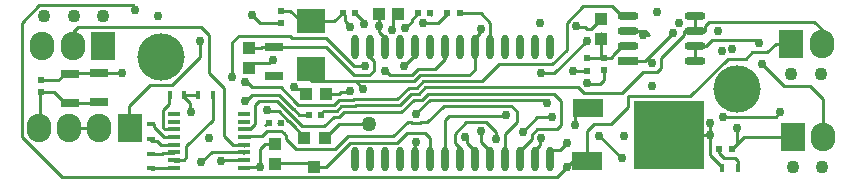
<source format=gbl>
G04*
G04 #@! TF.GenerationSoftware,Altium Limited,Altium Designer,22.6.1 (34)*
G04*
G04 Layer_Physical_Order=4*
G04 Layer_Color=16711680*
%FSLAX44Y44*%
%MOMM*%
G71*
G04*
G04 #@! TF.SameCoordinates,68862BAA-0075-4294-9CF4-793137098D5D*
G04*
G04*
G04 #@! TF.FilePolarity,Positive*
G04*
G01*
G75*
%ADD11C,0.2540*%
%ADD17R,1.1000X1.1000*%
%ADD18R,1.1000X1.1000*%
%ADD19R,0.5000X0.5000*%
%ADD20R,0.5000X0.5000*%
%ADD22R,1.6000X0.7500*%
%ADD24R,0.6000X0.6000*%
%ADD25R,0.6000X0.6000*%
%ADD31R,0.3000X0.8000*%
%ADD56O,2.1000X2.4000*%
%ADD57R,2.1000X2.4000*%
%ADD58C,1.1000*%
%ADD59C,4.0000*%
%ADD60C,0.7620*%
%ADD61C,1.2700*%
%ADD62R,2.4000X2.0000*%
%ADD63O,0.6500X2.0500*%
%ADD64R,0.8000X0.3500*%
%ADD65R,0.3500X0.8000*%
%ADD66R,1.0000X1.0000*%
%ADD67O,1.7780X0.7112*%
%ADD68R,1.7780X0.7112*%
%ADD69R,2.5000X1.6000*%
%ADD70R,6.0000X5.8000*%
%ADD71O,1.1000X0.3800*%
D11*
X1224648Y997230D02*
Y999534D01*
X1233240Y986239D02*
Y1005990D01*
X1225230Y1014000D02*
X1233240Y1005990D01*
X1220050Y992632D02*
X1224648Y997230D01*
X1220050Y966050D02*
Y992632D01*
X1224648Y999534D02*
X1225620Y1000506D01*
X1232750Y985750D02*
X1233240Y986239D01*
X1042000Y903000D02*
X1051000D01*
X1038000Y884000D02*
Y899000D01*
X1042000Y903000D01*
X1039660Y910298D02*
X1043922Y914560D01*
X1056001D01*
X1030298Y910298D02*
X1039660D01*
X1029000Y909000D02*
X1030298Y910298D01*
X1051972Y887154D02*
X1080846D01*
X1037491Y883491D02*
X1038000Y884000D01*
X1060310Y907552D02*
X1068672Y899190D01*
X1071994D02*
X1072024Y899160D01*
X1068672Y899190D02*
X1071994D01*
X1080846Y887154D02*
X1084000Y884000D01*
X1072024Y899160D02*
X1101598D01*
X1060310Y907552D02*
Y910328D01*
X1084000Y884000D02*
X1093623D01*
X1056000Y1006000D02*
X1056000Y1006000D01*
X1037850Y1006000D02*
X1056000D01*
X1031350Y1012500D02*
X1037850Y1006000D01*
X1020000Y995000D02*
X1063416D01*
X1065276Y993140D01*
X1014476Y989476D02*
X1020000Y995000D01*
X1014476Y960374D02*
Y989476D01*
X1336366Y1020000D02*
X1344666Y1011700D01*
X1311775Y1020000D02*
X1336366D01*
X1297745Y1005970D02*
X1311775Y1020000D01*
X1378025Y975943D02*
X1397254Y995172D01*
Y999000D01*
X1406500D01*
X1104738Y919988D02*
X1130000D01*
X1092750Y908000D02*
X1104738Y919988D01*
X1157478Y930148D02*
X1168198Y940868D01*
X1109005Y930148D02*
X1157478D01*
X850800Y917000D02*
X851900Y918100D01*
Y945900D02*
X853000Y947000D01*
X851900Y918100D02*
Y945900D01*
X877324Y938324D02*
X901549D01*
X877000Y938000D02*
X877324Y938324D01*
X901549D02*
X901873Y938648D01*
X863750Y947000D02*
X872750Y938000D01*
X853000Y947000D02*
X863750D01*
X872750Y938000D02*
X877000D01*
X867300Y957000D02*
X873004Y962704D01*
X853000Y957000D02*
X867300D01*
X873004Y962704D02*
X877254D01*
X901803Y963028D02*
X902127Y963352D01*
X877254Y962704D02*
X877578Y963028D01*
X901803D01*
X902127Y963352D02*
X902303Y963176D01*
X920824D01*
X921000Y963000D01*
X1064391Y927800D02*
X1072571Y919620D01*
Y919542D02*
X1073904Y918210D01*
X1067491Y917438D02*
Y917515D01*
X1066495Y932880D02*
X1071375Y928000D01*
X1067491Y917438D02*
X1071520Y913409D01*
X1056001Y914560D02*
X1058001Y912560D01*
X1053838Y931092D02*
X1062209Y922720D01*
X1072571Y919542D02*
Y919620D01*
X1054598Y944700D02*
X1066418Y932880D01*
X1058078Y912560D02*
X1060310Y910328D01*
X1064314Y927800D02*
X1064391D01*
X1052494Y939620D02*
X1064314Y927800D01*
X1071375Y928000D02*
X1079500D01*
X1062209Y922720D02*
X1062287D01*
X1058001Y912560D02*
X1058078D01*
X1066418Y932880D02*
X1066495D01*
X1053000Y921000D02*
X1054230Y919770D01*
X1062287Y922720D02*
X1067491Y917515D01*
X1071520Y911730D02*
Y913409D01*
Y911730D02*
X1075250Y908000D01*
X1073904Y918210D02*
X1092454D01*
X1005638Y889509D02*
X1024259D01*
X1005000Y888871D02*
X1005638Y889509D01*
X997309Y896491D02*
X1021690D01*
X1024259Y889509D02*
X1024500Y889750D01*
X988548Y887730D02*
X997309Y896491D01*
X1021690D02*
X1021974Y896776D01*
X1044908Y931092D02*
X1053838D01*
X1068067Y951084D02*
X1069150Y950001D01*
X1066692Y951084D02*
X1068067D01*
X1070293Y936461D02*
X1100949D01*
X1055665Y951336D02*
X1068062Y938939D01*
X1031596Y951336D02*
X1055665D01*
X1069150Y950001D02*
X1073141D01*
X1068062Y938693D02*
Y938939D01*
Y938693D02*
X1070293Y936461D01*
X1125028Y1005972D02*
X1126000Y1005000D01*
X1125028Y1005972D02*
Y1007472D01*
X1118500Y1014000D02*
X1125028Y1007472D01*
X1114100Y1002000D02*
Y1003375D01*
X1109730Y1007745D02*
Y1012270D01*
Y1007745D02*
X1114100Y1003375D01*
X1166492Y1006655D02*
Y1008492D01*
X1161249Y1001121D02*
Y1001412D01*
X1166492Y1006655D01*
X1151020Y1000770D02*
Y1008770D01*
X1150200Y999949D02*
X1151020Y1000770D01*
X1138750Y997850D02*
Y1003000D01*
X1143092Y986507D02*
X1143850Y985750D01*
X1151020Y1008770D02*
X1155250Y1013000D01*
X1138750Y997850D02*
X1143850Y992750D01*
X1283550Y896155D02*
X1285379Y897984D01*
X1283550Y890250D02*
Y896155D01*
X1285379Y897984D02*
X1291985D01*
X1298000Y904000D01*
X1305000Y926770D02*
X1311730Y933500D01*
X1315971D01*
X1305000Y919000D02*
Y926770D01*
X1275028Y907028D02*
X1276000Y908000D01*
X1289254Y915620D02*
X1293114Y919480D01*
X1272844Y915620D02*
X1289254D01*
X1275028Y902499D02*
Y907028D01*
X1268222Y910998D02*
X1272844Y915620D01*
X1258150Y890250D02*
Y897250D01*
X1270850Y890250D02*
Y898321D01*
X1258150Y897250D02*
X1268222Y907322D01*
X1270850Y898321D02*
X1275028Y902499D01*
X1268222Y907322D02*
Y910998D01*
X1212972Y904328D02*
Y908028D01*
X1212000Y909000D02*
X1212972Y908028D01*
X1220050Y890250D02*
Y897250D01*
X1212972Y904328D02*
X1220050Y897250D01*
X1225000Y905000D02*
Y914000D01*
X1203000Y912000D02*
X1212620Y921620D01*
X1229380D02*
X1237881Y913119D01*
X1225000Y905000D02*
X1232750Y897250D01*
X1212620Y921620D02*
X1229380D01*
X1232750Y890250D02*
Y897250D01*
X1245450Y904216D02*
X1245620Y904386D01*
Y911940D02*
X1255522Y921842D01*
X1237881Y907661D02*
Y913119D01*
Y907661D02*
X1238000Y907542D01*
X1245620Y904386D02*
Y911940D01*
X1245450Y890250D02*
Y904216D01*
X1203000Y904272D02*
Y912000D01*
Y904272D02*
X1207350Y899922D01*
Y890250D02*
Y899922D01*
X1176400Y1005441D02*
X1188441D01*
X1169250Y978375D02*
Y985750D01*
X1160178Y969303D02*
X1169250Y978375D01*
X1160178Y968928D02*
Y969303D01*
X1168744Y956228D02*
X1173896Y961380D01*
X1119134Y956300D02*
X1143903D01*
X1170728Y951028D02*
X1176000Y956300D01*
X1154407Y941445D02*
X1163990Y951028D01*
X1117622Y941445D02*
X1154407D01*
X1148298Y961308D02*
X1166639D01*
X1172832Y945948D02*
X1178104Y951220D01*
X1156511Y936365D02*
X1166094Y945948D01*
X1143975Y956228D02*
X1168744D01*
X1163990Y951028D02*
X1170728D01*
X1144270Y964946D02*
X1144660D01*
X1166639Y961308D02*
X1171792Y966460D01*
X1143903Y956300D02*
X1143975Y956228D01*
X1166094Y945948D02*
X1172832D01*
X1119726Y936365D02*
X1156511D01*
X1144660Y964946D02*
X1148298Y961308D01*
X1168198Y940868D02*
X1174937D01*
X1179965Y945896D01*
X1173896Y961380D02*
X1215380D01*
X1220050Y966050D01*
X1250973Y935736D02*
X1255522Y931187D01*
X1170324Y929072D02*
X1182069Y940816D01*
X1307602Y951220D02*
X1312418Y946404D01*
X1193800Y935736D02*
X1250973D01*
X1287018Y945896D02*
X1293114Y939800D01*
X1179830Y921766D02*
X1193800Y935736D01*
X1178104Y951220D02*
X1307602D01*
X1176000Y956300D02*
X1226245D01*
X1280922Y937600D02*
Y937768D01*
X1277874Y940816D02*
X1280922Y937768D01*
X1179965Y945896D02*
X1287018D01*
X1182069Y940816D02*
X1277874D01*
X974000Y942750D02*
X979130Y937620D01*
Y930870D02*
Y937620D01*
Y930870D02*
X980000Y930000D01*
X1065276Y993140D02*
X1093724D01*
X1029000Y967750D02*
X1033230Y971980D01*
X1045605D01*
X1047625Y974000D02*
X1049000D01*
X1045605Y971980D02*
X1047625Y974000D01*
X1293114Y919480D02*
Y939800D01*
X1188441Y1005441D02*
X1197000Y1014000D01*
X1207350Y985750D02*
Y992632D01*
X1182000Y1014000D02*
X1183230Y1012770D01*
X1166492Y1008492D02*
X1172000Y1014000D01*
X1108000D02*
X1109730Y1012270D01*
X1094327Y985352D02*
X1118035Y961644D01*
X1050127Y985352D02*
X1094327D01*
X1093724Y993140D02*
X1117600Y969264D01*
X1039962Y985352D02*
X1050127D01*
X1138750Y1003000D02*
Y1013000D01*
X1143850Y985750D02*
Y992750D01*
X1025000Y940000D02*
X1026375D01*
X1031075Y944700D01*
X1054598D01*
X1025657Y955900D02*
X1027032D01*
X1031596Y951336D01*
X1037620Y939620D02*
X1052494D01*
X1044000Y932000D02*
X1044908Y931092D01*
X1034000Y936000D02*
X1037620Y939620D01*
X1034000Y920075D02*
Y936000D01*
X1024741Y915991D02*
X1029916D01*
X1034000Y920075D01*
X1024500Y915750D02*
X1024741Y915991D01*
X1073141Y950001D02*
X1077372Y945771D01*
X1024741Y883491D02*
X1037491D01*
X1024500Y883250D02*
X1024741Y883491D01*
X1100949Y936461D02*
X1104797Y940308D01*
X1118588Y935228D02*
X1119726Y936365D01*
X1100545Y926301D02*
X1105158D01*
X1109005Y930148D01*
X1091881Y931381D02*
X1103054D01*
X1093871Y945771D02*
X1105160D01*
X1106873Y947484D02*
X1113078D01*
X1104797Y940308D02*
X1116484D01*
X1105160Y945771D02*
X1106873Y947484D01*
X1092454Y918210D02*
X1100545Y926301D01*
X1113078Y947484D02*
X1114050Y948456D01*
X1090500Y930000D02*
X1091881Y931381D01*
X1106901Y935228D02*
X1118588D01*
X1103054Y931381D02*
X1106901Y935228D01*
X1116484Y940308D02*
X1117622Y941445D01*
X1081000Y956300D02*
X1119134D01*
X1118035Y961644D02*
X1130808D01*
X1101598Y899160D02*
X1112266Y909828D01*
X1114117Y904494D02*
X1154176D01*
X1093623Y884000D02*
X1114117Y904494D01*
X1112266Y909828D02*
X1151128D01*
X1344666Y1011700D02*
X1350000D01*
X1166013Y921766D02*
X1167168Y920611D01*
X1173481D02*
X1174635Y921766D01*
X1226245Y956300D02*
X1240565Y970620D01*
X1174635Y921766D02*
X1179830D01*
X1163066D02*
X1166013D01*
X1240565Y970620D02*
X1285405D01*
X1171792Y966460D02*
X1186258D01*
X1194650Y974852D01*
X1167168Y920611D02*
X1173481D01*
X1297745Y982960D02*
Y1005970D01*
X1285405Y970620D02*
X1297745Y982960D01*
X1170324Y928231D02*
Y929072D01*
X1344676Y946404D02*
X1362277Y964005D01*
X1312418Y946404D02*
X1344676D01*
X1276000Y963000D02*
X1287104D01*
X1314958Y990854D01*
X1303250Y965250D02*
X1314750D01*
X1303000Y965000D02*
X1303250Y965250D01*
X1314750D02*
X1315000Y965500D01*
Y955000D02*
X1315972Y954028D01*
X1322427D01*
X1322455Y954000D01*
X1325669D01*
X1207500Y1014000D02*
X1225230D01*
X1314705Y1000750D02*
X1318750D01*
X1306748Y1002252D02*
X1313202D01*
X1305776Y1003224D02*
X1306748Y1002252D01*
X1313202D02*
X1314705Y1000750D01*
X1318750D02*
X1327000Y1009000D01*
X1335310Y976000D02*
X1337300Y977990D01*
Y978934D01*
X1329000Y976000D02*
X1335310D01*
X1337300Y978934D02*
X1344666Y986300D01*
X1350000D01*
X1327000Y978000D02*
X1329000Y976000D01*
X1327000Y978000D02*
Y997000D01*
X1315000Y976000D02*
X1329000D01*
X1325669Y954000D02*
X1329000Y957331D01*
X974000Y942750D02*
Y945000D01*
X986000D01*
X948250Y920000D02*
X948730Y919520D01*
Y917270D02*
Y919520D01*
X946000Y920000D02*
X948250D01*
X957434Y915750D02*
X965500D01*
X956056Y917128D02*
Y932434D01*
X948730Y917270D02*
X956750Y909250D01*
X956056Y917128D02*
X957434Y915750D01*
X956750Y909250D02*
X966446D01*
X951174Y905500D02*
X953924Y902750D01*
X966809D01*
X960958Y896000D02*
X960967Y896009D01*
X945710Y894750D02*
X954750D01*
X956000Y896000D01*
X960958D01*
X960967Y896009D02*
X965200D01*
X965210Y896000D01*
X965500Y889168D02*
X968927D01*
X969682Y889923D01*
X975614Y892032D02*
Y901158D01*
X969682Y889923D02*
X973504D01*
X975614Y892032D01*
X1042466Y919640D02*
X1043000D01*
X1023184Y896776D02*
X1024500Y895460D01*
X1021974Y896776D02*
X1023184D01*
X1015099Y902170D02*
X1024632D01*
X1024842Y901960D01*
X1007298Y909972D02*
Y950702D01*
Y909972D02*
X1015099Y902170D01*
X994918Y963082D02*
Y995680D01*
Y963082D02*
X1007298Y950702D01*
X930630Y1020710D02*
X931028Y1020312D01*
Y1017972D02*
Y1020312D01*
Y1017972D02*
X932000Y1017000D01*
X851144Y1020710D02*
X930630D01*
X946000Y882020D02*
X948130D01*
X948730Y882620D01*
X965500D01*
X836490Y1006056D02*
X851144Y1020710D01*
X836490Y909573D02*
Y1006056D01*
Y909573D02*
X870872Y875190D01*
X1289411D01*
X1297641Y883420D01*
X1441902Y903402D02*
X1447900Y909400D01*
X1437500Y899000D02*
X1441902Y903402D01*
X1315212Y888500D02*
Y914654D01*
X1302721Y888500D02*
X1315212D01*
X1415034Y999000D02*
Y1003300D01*
X1350000Y999000D02*
X1363962D01*
X1367790Y995172D01*
X1415680Y911000D02*
X1419080Y914400D01*
X1427480Y885698D02*
X1429500D01*
X1194650Y890250D02*
Y923290D01*
X1198328Y926968D01*
X1244976D01*
X1246124Y928116D01*
X1325372Y910336D02*
X1344676Y891032D01*
X1273048Y925830D02*
X1285494D01*
X1260602Y913384D02*
X1273048Y925830D01*
X1151128Y909828D02*
X1163066Y921766D01*
X1255522Y921842D02*
Y931187D01*
X1430528Y926084D02*
X1474724D01*
X1478788Y930148D01*
X1169250Y904328D02*
X1170178Y905256D01*
X1169250Y890250D02*
Y904328D01*
X1154176Y904494D02*
X1162558Y912876D01*
X1177798D01*
X1181950Y908724D01*
Y890250D02*
Y908724D01*
X1378025Y967740D02*
Y975943D01*
X1374289Y964005D02*
X1378025Y967740D01*
X1362277Y964005D02*
X1374289D01*
X1406500Y999000D02*
X1415034D01*
Y1003300D02*
X1418590Y1006856D01*
X1507350D01*
X1513700Y1000506D01*
Y988000D02*
Y1000506D01*
X880000Y986000D02*
Y998220D01*
X883810Y1002030D01*
X988568D01*
X994918Y995680D01*
X1194650Y974852D02*
Y985750D01*
X1329000Y957331D02*
Y966000D01*
X1119134Y956300D02*
X1125220Y950214D01*
X1406500Y986300D02*
X1415542D01*
X1420604Y991362D01*
X1458214D01*
X1461008Y988568D01*
X1474736Y988000D02*
X1488300D01*
X1467439Y980703D02*
X1474736Y988000D01*
X1454921Y980703D02*
X1467439D01*
X1449832Y975614D02*
X1454921Y980703D01*
X1433941Y975614D02*
X1449832D01*
X1402191Y943864D02*
X1433941Y975614D01*
X1350010Y943864D02*
X1402191D01*
X1350010Y934720D02*
Y943864D01*
X1335532Y920242D02*
X1350010Y934720D01*
X1320800Y920242D02*
X1335532D01*
X1315212Y914654D02*
X1320800Y920242D01*
X1315212Y888500D02*
X1315221D01*
X1462786Y971296D02*
X1481836Y952246D01*
X1503680D01*
X1514400Y941526D01*
Y909400D02*
Y941526D01*
X1441902Y903402D02*
Y916369D01*
X1297641Y883420D02*
X1302721Y888500D01*
X1117600Y969264D02*
X1126744D01*
X1447900Y909400D02*
X1489000D01*
X1045464Y960648D02*
X1049873D01*
X1081000Y956300D02*
Y967000D01*
X1130808Y961644D02*
X1134364Y965200D01*
Y973670D01*
X1131150Y976884D02*
X1134364Y973670D01*
X1131150Y976884D02*
Y985750D01*
X1362710Y995172D02*
X1367790D01*
X1081000Y1007000D02*
X1101000D01*
X1108000Y1014000D01*
X987298Y976624D02*
Y990500D01*
X963863Y953189D02*
X987298Y976624D01*
X944880Y953189D02*
X963863D01*
X927000Y935309D02*
X944880Y953189D01*
X927000Y917000D02*
Y935309D01*
X975614Y901158D02*
X998000Y923544D01*
Y942000D01*
X1364387Y973600D02*
X1387991Y997204D01*
X1350000Y973600D02*
X1364387D01*
X1427000Y895322D02*
Y899000D01*
Y895322D02*
X1430782Y891540D01*
X1439960D01*
X1442500Y889000D01*
Y883000D02*
Y889000D01*
X946000Y905500D02*
X951174D01*
X956056Y932434D02*
X961000Y937378D01*
Y942000D01*
X1406500Y973600D02*
Y986300D01*
X1038860Y984250D02*
X1039962Y985352D01*
X1029000Y984250D02*
X1038860D01*
X1406500Y999000D02*
Y1011700D01*
X1072752Y1007000D02*
X1081000D01*
X1063752Y1016000D02*
X1072752Y1007000D01*
X1056000Y1016000D02*
X1063752D01*
X876200Y917000D02*
X901600D01*
X1419080Y914400D02*
Y921160D01*
X1384000Y911000D02*
X1415680D01*
X1419098Y894080D02*
Y911098D01*
Y894080D02*
X1427480Y885698D01*
X1429500Y883000D02*
Y885698D01*
D17*
X1138750Y1013000D02*
D03*
X1155250D02*
D03*
X1093872Y945771D02*
D03*
X1077372D02*
D03*
D18*
X1029000Y984250D02*
D03*
Y967750D02*
D03*
X1327000Y1009001D02*
D03*
Y992501D02*
D03*
X1051000Y903000D02*
D03*
Y886500D02*
D03*
D19*
X853000Y947000D02*
D03*
Y957000D02*
D03*
X1329000Y966000D02*
D03*
Y976000D02*
D03*
X1056000Y1016000D02*
D03*
Y1006000D02*
D03*
D20*
X1056000Y921000D02*
D03*
X1046000D02*
D03*
X1182000Y1014000D02*
D03*
X1172000D02*
D03*
D22*
X1049873Y960648D02*
D03*
X1050127Y985352D02*
D03*
X877000Y938000D02*
D03*
X877254Y962704D02*
D03*
X902127Y963352D02*
D03*
X901873Y938648D02*
D03*
D24*
X1315000Y965250D02*
D03*
Y976000D02*
D03*
D25*
X1426662Y899000D02*
D03*
X1437500D02*
D03*
X1118584Y1014000D02*
D03*
X1108000D02*
D03*
X1196750Y1014000D02*
D03*
X1207500D02*
D03*
X1079500Y928000D02*
D03*
X1090000D02*
D03*
D31*
X1442500Y883000D02*
D03*
X1429500D02*
D03*
D56*
X850800Y917000D02*
D03*
X876454D02*
D03*
X902108D02*
D03*
X853584Y986000D02*
D03*
X879492D02*
D03*
X1513654Y988000D02*
D03*
X1514654Y909400D02*
D03*
D57*
X927762Y917000D02*
D03*
X905400Y986000D02*
D03*
X1488000Y988000D02*
D03*
X1489000Y909400D02*
D03*
D58*
X855000Y1011400D02*
D03*
X905400D02*
D03*
X880400D02*
D03*
X1488000Y962600D02*
D03*
X1513000D02*
D03*
X1489000Y884000D02*
D03*
X1514000D02*
D03*
D59*
X1442000Y950000D02*
D03*
X954000Y977000D02*
D03*
D60*
X1225620Y1000506D02*
D03*
X1031350Y1012500D02*
D03*
X1387991Y997204D02*
D03*
X1392790Y1005840D02*
D03*
X1374000Y1015000D02*
D03*
X921000Y963000D02*
D03*
X1005000Y888871D02*
D03*
X1038000Y884000D02*
D03*
X1066692Y951084D02*
D03*
X1126000Y1005000D02*
D03*
X1114100Y1002000D02*
D03*
X1161249Y1001121D02*
D03*
X1150200Y999949D02*
D03*
X1138750Y1003000D02*
D03*
X1298000Y904000D02*
D03*
X1305000Y919000D02*
D03*
X1276000Y908000D02*
D03*
X1225000Y914000D02*
D03*
X1238000Y907542D02*
D03*
X1212000Y909000D02*
D03*
X1176400Y1005441D02*
D03*
X1160178Y968928D02*
D03*
X1275000Y1006000D02*
D03*
X980000Y930000D02*
D03*
X1049000Y974000D02*
D03*
X1044000Y932000D02*
D03*
X1025000Y940000D02*
D03*
X1025657Y955900D02*
D03*
X1114050Y948456D02*
D03*
X1170324Y928231D02*
D03*
X1280922Y937600D02*
D03*
X1276000Y963000D02*
D03*
X1303000Y965000D02*
D03*
X1315000Y955000D02*
D03*
X1305776Y1003224D02*
D03*
X932000Y1017000D02*
D03*
X988548Y887730D02*
D03*
X1246124Y928116D02*
D03*
X1314958Y990854D02*
D03*
X1344676Y891032D02*
D03*
X1325372Y910336D02*
D03*
X1285494Y925830D02*
D03*
X1260602Y913384D02*
D03*
X1430528Y926084D02*
D03*
X1478788Y930148D02*
D03*
X1170178Y905256D02*
D03*
X1144270Y964946D02*
D03*
X1369666Y971625D02*
D03*
X1125220Y950214D02*
D03*
X1461008Y988568D02*
D03*
X1429115Y981964D02*
D03*
X1438000Y983420D02*
D03*
X1462786Y971296D02*
D03*
X1425956Y999236D02*
D03*
X1441902Y916369D02*
D03*
X1297641Y883420D02*
D03*
X1126744Y969264D02*
D03*
X1014476Y960374D02*
D03*
X1369920Y952000D02*
D03*
X1345928Y909711D02*
D03*
X1362710Y995172D02*
D03*
X987298Y990500D02*
D03*
X995141Y908304D02*
D03*
X1419080Y921160D02*
D03*
X1419098Y911098D02*
D03*
X951420Y1012000D02*
D03*
D61*
X1130000Y919988D02*
D03*
D62*
X1081000Y967000D02*
D03*
Y1007000D02*
D03*
D63*
X1118450Y985750D02*
D03*
X1131150D02*
D03*
X1143850D02*
D03*
X1156550D02*
D03*
X1169250D02*
D03*
X1181950D02*
D03*
X1194650D02*
D03*
X1207350D02*
D03*
X1220050D02*
D03*
X1232750D02*
D03*
X1245450D02*
D03*
X1258150D02*
D03*
X1270850D02*
D03*
X1283550D02*
D03*
X1118450Y890250D02*
D03*
X1131150D02*
D03*
X1143850D02*
D03*
X1156550D02*
D03*
X1169250D02*
D03*
X1181950D02*
D03*
X1194650D02*
D03*
X1207350D02*
D03*
X1220050D02*
D03*
X1232750D02*
D03*
X1245450D02*
D03*
X1258150D02*
D03*
X1270850D02*
D03*
X1283550D02*
D03*
D64*
X946000Y920000D02*
D03*
Y907500D02*
D03*
X946000Y895000D02*
D03*
Y882500D02*
D03*
D65*
X986000Y945000D02*
D03*
X998500D02*
D03*
X974001Y945000D02*
D03*
X961501D02*
D03*
D66*
X1075250Y908000D02*
D03*
X1092750D02*
D03*
X1084000Y884000D02*
D03*
D67*
X1406500Y1011700D02*
D03*
Y999000D02*
D03*
Y986300D02*
D03*
X1350000Y1011700D02*
D03*
Y999000D02*
D03*
Y986300D02*
D03*
X1406500Y973600D02*
D03*
D68*
X1350000D02*
D03*
D69*
X1315221Y888500D02*
D03*
X1315971Y933500D02*
D03*
D70*
X1384000Y911000D02*
D03*
D71*
X965500Y883250D02*
D03*
Y889750D02*
D03*
Y896250D02*
D03*
Y902750D02*
D03*
Y909250D02*
D03*
Y915750D02*
D03*
Y922250D02*
D03*
Y928750D02*
D03*
X1024500Y883250D02*
D03*
Y889750D02*
D03*
Y896250D02*
D03*
Y902750D02*
D03*
Y909250D02*
D03*
Y915750D02*
D03*
Y922250D02*
D03*
Y928750D02*
D03*
M02*

</source>
